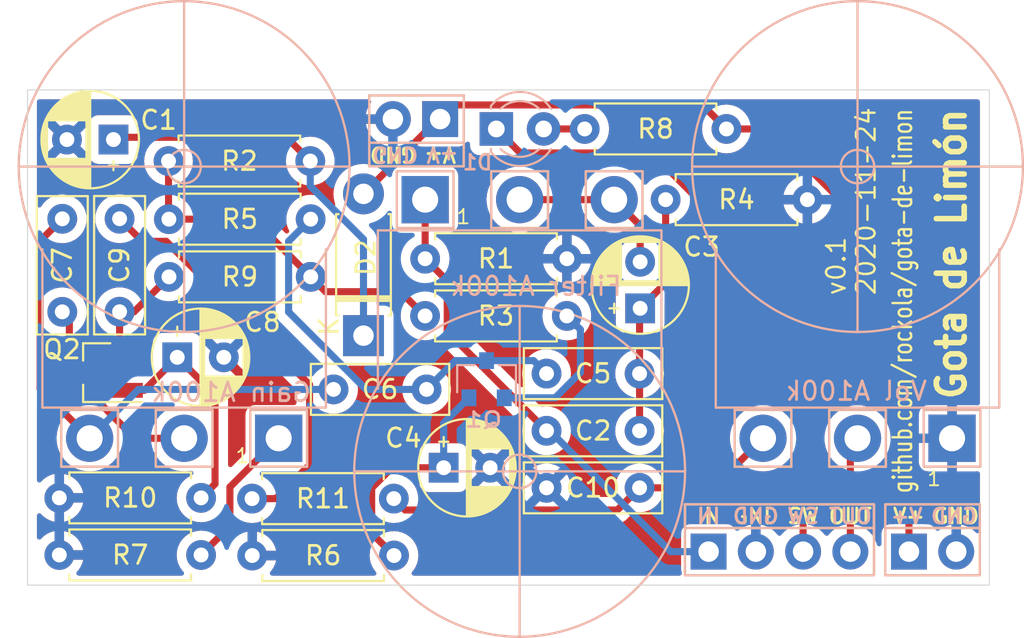
<source format=kicad_pcb>
(kicad_pcb (version 20201116) (generator pcbnew)
  (layers (0 "F.Cu" signal) (31 "B.Cu" signal) (34 "B.Paste" user) (35 "F.Paste" user) (36 "B.SilkS" user "B.Silkscreen") (37 "F.SilkS" user "F.Silkscreen") (38 "B.Mask" user) (39 "F.Mask" user) (44 "Edge.Cuts" user))
  (property "DATE" "2020-11-24")
  (property "REVISION" "v0.1")
  (property "TITLE" "Gota de Limón")
  (property "URL" "github.com/rockola/gota-de-limon")
  (net 0 "")
  (net 1 "GND")
  (net 2 "VCC")
  (net 3 "Net-(C2-Pad2)")
  (net 4 "IN")
  (net 5 "Net-(C3-Pad2)")
  (net 6 "Net-(C4-Pad1)")
  (net 7 "Net-(C5-Pad2)")
  (net 8 "Net-(C6-Pad2)")
  (net 9 "Net-(C7-Pad2)")
  (net 10 "Net-(C8-Pad1)")
  (net 11 "Net-(C9-Pad2)")
  (net 12 "Net-(C9-Pad1)")
  (net 13 "Net-(C10-Pad1)")
  (net 14 "Net-(D1-Pad2)")
  (net 15 "LED-")
  (net 16 "Net-(R2-Pad2)")
  (net 17 "+9V")
  (net 18 "OUT")
  (net 19 "Net-(R7-Pad1)")
  (footprint "rockola_kicad_footprints:R_DIN0207" (layer "F.Cu") (at 52.5 48.725 180)
    (fp_text reference "R2" (at 3.81 0) (layer "F.SilkS"))
    (fp_text value "100R")
    (pad "1" thru_hole circle (at 0 0 180) (size 1.6 1.6) (drill 0.8) (layers *.Cu *.Mask) (net 2 "VCC"))
    (pad "2" thru_hole oval (at 7.62 0 180) (size 1.6 1.6) (drill 0.8) (layers *.Cu *.Mask) (net 16 "Net-(R2-Pad2)"))
  )
  (footprint "rockola_kicad_footprints:C_Box_7.2_2.5" (layer "F.Cu") (at 39.17 51.83 -90)
    (fp_text reference "C7" (at 2.5 0 90) (layer "F.SilkS"))
    (fp_text value "470p")
    (pad "1" thru_hole circle (at 0 0 270) (size 1.6 1.6) (drill 0.8) (layers *.Cu *.Mask) (net 8 "Net-(C6-Pad2)"))
    (pad "2" thru_hole circle (at 5 0 270) (size 1.6 1.6) (drill 0.8) (layers *.Cu *.Mask) (net 9 "Net-(C7-Pad2)"))
  )
  (footprint "Diode_THT:D_DO-41_SOD81_P7.62mm_Horizontal" (layer "F.Cu") (at 55.36 58.11 90)
    (fp_text reference "D2" (at 4.191 0.127 270) (layer "F.SilkS"))
    (fp_text value "1N5817")
    (fp_text user "K" (at 0.49 -1.85 90) (layer "F.SilkS"))
    (pad "1" thru_hole rect (at 0 0 90) (size 2.2 2.2) (drill 1.1) (layers *.Cu *.Mask) (net 2 "VCC"))
    (pad "2" thru_hole oval (at 7.62 0 90) (size 2.2 2.2) (drill 1.1) (layers *.Cu *.Mask) (net 17 "+9V"))
  )
  (footprint "rockola_kicad_footprints:Power_Header_2pin" (layer "F.Cu") (at 88.49 69.72)
    (fp_text reference "J3" hide)
    (fp_text value "Power BOTTOM" hide)
    (fp_text user "GND" (at -1.397 -1.905 unlocked) (layer "B.SilkS") (effects (font (size 0.8 0.8)) (justify mirror)))
    (fp_text user "V+" (at -3.937 -1.905 unlocked) (layer "B.SilkS") (effects (font (size 0.8 0.8)) (justify mirror)))
    (fp_text user "V+" (at -3.81 -1.905 unlocked) (layer "F.SilkS") (effects (font (size 0.8 0.8))))
    (fp_text user "GND" (at -1.27 -1.905 unlocked) (layer "F.SilkS") (effects (font (size 0.8 0.8))))
    (pad "1" thru_hole rect (at -3.81 0) (size 1.9304 1.9304) (drill 1.1) (layers *.Cu *.Mask) (net 17 "+9V"))
    (pad "2" thru_hole oval (at -1.27 0) (size 1.9304 1.9304) (drill 1.1) (layers *.Cu *.Mask) (net 1 "GND"))
  )
  (footprint "rockola_kicad_footprints:C_Box_7.2_2.5" (layer "F.Cu") (at 42.25 56.825 90)
    (fp_text reference "C9" (at 2.5 0 90) (layer "F.SilkS"))
    (fp_text value "22n")
    (pad "1" thru_hole circle (at 0 0 90) (size 1.6 1.6) (drill 0.8) (layers *.Cu *.Mask) (net 12 "Net-(C9-Pad1)"))
    (pad "2" thru_hole circle (at 5 0 90) (size 1.6 1.6) (drill 0.8) (layers *.Cu *.Mask) (net 11 "Net-(C9-Pad2)"))
  )
  (footprint "rockola_kicad_footprints:R_DIN0207" (layer "F.Cu") (at 44.9 51.85)
    (fp_text reference "R5" (at 3.81 0) (layer "F.SilkS"))
    (fp_text value "22k")
    (pad "1" thru_hole circle (at 0 0) (size 1.6 1.6) (drill 0.8) (layers *.Cu *.Mask) (net 16 "Net-(R2-Pad2)"))
    (pad "2" thru_hole oval (at 7.62 0) (size 1.6 1.6) (drill 0.8) (layers *.Cu *.Mask) (net 7 "Net-(C5-Pad2)"))
  )
  (footprint "rockola_kicad_footprints:C_Box_7.2_2.5" (layer "F.Cu") (at 58.75 61 180)
    (fp_text reference "C6" (at 2.5 0) (layer "F.SilkS"))
    (fp_text value "22n")
    (pad "1" thru_hole circle (at 0 0 180) (size 1.6 1.6) (drill 0.8) (layers *.Cu *.Mask) (net 7 "Net-(C5-Pad2)"))
    (pad "2" thru_hole circle (at 5 0 180) (size 1.6 1.6) (drill 0.8) (layers *.Cu *.Mask) (net 8 "Net-(C6-Pad2)"))
  )
  (footprint "rockola_kicad_footprints:CP_D5.0_P2.50" (layer "F.Cu") (at 41.92 47.57 180)
    (fp_text reference "C1" (at -2.425 1.05) (layer "F.SilkS"))
    (fp_text value "47u")
    (pad "1" thru_hole rect (at 0 0 180) (size 1.6 1.6) (drill 0.8) (layers *.Cu *.Mask) (net 2 "VCC"))
    (pad "2" thru_hole circle (at 2.5 0 180) (size 1.6 1.6) (drill 0.8) (layers *.Cu *.Mask) (net 1 "GND"))
  )
  (footprint "rockola_kicad_footprints:C_Box_7.2_2.5" (layer "F.Cu") (at 70.2 66.29 180)
    (fp_text reference "C10" (at 2.5 0) (layer "F.SilkS"))
    (fp_text value "3n3")
    (pad "1" thru_hole circle (at 0 0 180) (size 1.6 1.6) (drill 0.8) (layers *.Cu *.Mask) (net 13 "Net-(C10-Pad1)"))
    (pad "2" thru_hole circle (at 5 0 180) (size 1.6 1.6) (drill 0.8) (layers *.Cu *.Mask) (net 1 "GND"))
  )
  (footprint "rockola_kicad_footprints:Power_Header_2pin" (layer "F.Cu") (at 55.67 46.47 180)
    (fp_text reference "J2" hide)
    (fp_text value "Power TOP" hide)
    (fp_text user "V+" (at -3.937 -1.905 180 unlocked) (layer "B.SilkS") (effects (font (size 0.8 0.8)) (justify mirror)))
    (fp_text user "GND" (at -1.397 -1.905 180 unlocked) (layer "B.SilkS") (effects (font (size 0.8 0.8)) (justify mirror)))
    (fp_text user "V+" (at -3.81 -1.905 180 unlocked) (layer "F.SilkS") (effects (font (size 0.8 0.8))))
    (fp_text user "GND" (at -1.27 -1.905 180 unlocked) (layer "F.SilkS") (effects (font (size 0.8 0.8))))
    (pad "1" thru_hole rect (at -3.81 0 180) (size 1.9304 1.9304) (drill 1.1) (layers *.Cu *.Mask) (net 17 "+9V"))
    (pad "2" thru_hole oval (at -1.27 0 180) (size 1.9304 1.9304) (drill 1.1) (layers *.Cu *.Mask) (net 1 "GND"))
  )
  (footprint "rockola_kicad_footprints:CP_D5.0_P2.50" (layer "F.Cu") (at 59.67 65.21)
    (fp_text reference "C4" (at -2.17 -1.6) (layer "F.SilkS"))
    (fp_text value "2u2")
    (pad "1" thru_hole rect (at 0 0) (size 1.6 1.6) (drill 0.8) (layers *.Cu *.Mask) (net 6 "Net-(C4-Pad1)"))
    (pad "2" thru_hole circle (at 2.5 0) (size 1.6 1.6) (drill 0.8) (layers *.Cu *.Mask) (net 1 "GND"))
  )
  (footprint "rockola_kicad_footprints:16mm_BoardMount" (layer "F.Cu") (at 45.72 63.627)
    (fp_text reference "RV2" hide)
    (fp_text value "Gain A100k" (at 2.53 -2.477) (layer "B.SilkS") (effects (justify mirror)))
    (fp_text user "1" (at 0 0) (layer "B.SilkS") (effects (font (thickness 0.1)) (justify mirror)))
    (fp_text user "1" (at 3.13 0.943) (layer "F.SilkS") (effects (font (size 0.77216 0.77216) (thickness 0.1))))
    (pad "1" thru_hole rect (at 5.08 0 180) (size 2.54 2.54) (drill 1.4) (layers *.Cu *.Mask) (net 19 "Net-(R7-Pad1)"))
    (pad "2" thru_hole oval (at 0 0 180) (size 2.54 2.54) (drill 1.4) (layers *.Cu *.Mask) (net 9 "Net-(C7-Pad2)"))
    (pad "3" thru_hole oval (at -5.08 0 180) (size 2.54 2.54) (drill 1.4) (layers *.Cu *.Mask) (net 8 "Net-(C6-Pad2)"))
  )
  (footprint "rockola_kicad_footprints:16mm_BoardMount" (layer "F.Cu") (at 63.754 50.8 180)
    (fp_text reference "RV1" hide)
    (fp_text value "Filter A100k" (at -0.876 -4.65) (layer "B.SilkS") (effects (justify mirror)))
    (fp_text user "1" (at 0 0) (layer "B.SilkS") (effects (font (thickness 0.1)) (justify mirror)))
    (fp_text user "1" (at 3.024 -0.92) (layer "F.SilkS") (effects (font (size 0.77216 0.77216) (thickness 0.1))))
    (pad "1" thru_hole rect (at 5.08 0) (size 2.54 2.54) (drill 1.4) (layers *.Cu *.Mask) (net 4 "IN"))
    (pad "2" thru_hole oval (at 0 0) (size 2.54 2.54) (drill 1.4) (layers *.Cu *.Mask) (net 5 "Net-(C3-Pad2)"))
    (pad "3" thru_hole oval (at -5.08 0) (size 2.54 2.54) (drill 1.4) (layers *.Cu *.Mask) (net 5 "Net-(C3-Pad2)"))
  )
  (footprint "rockola_kicad_footprints:R_DIN0207" (layer "F.Cu") (at 58.674 53.975)
    (fp_text reference "R1" (at 3.81 0) (layer "F.SilkS"))
    (fp_text value "1M")
    (pad "1" thru_hole circle (at 0 0) (size 1.6 1.6) (drill 0.8) (layers *.Cu *.Mask) (net 4 "IN"))
    (pad "2" thru_hole oval (at 7.62 0) (size 1.6 1.6) (drill 0.8) (layers *.Cu *.Mask) (net 1 "GND"))
  )
  (footprint "rockola_kicad_footprints:R_DIN0207" (layer "F.Cu") (at 57 69.93 180)
    (fp_text reference "R6" (at 3.81 0) (layer "F.SilkS"))
    (fp_text value "1k")
    (pad "1" thru_hole circle (at 0 0 180) (size 1.6 1.6) (drill 0.8) (layers *.Cu *.Mask) (net 6 "Net-(C4-Pad1)"))
    (pad "2" thru_hole oval (at 7.62 0 180) (size 1.6 1.6) (drill 0.8) (layers *.Cu *.Mask) (net 1 "GND"))
  )
  (footprint "rockola_kicad_footprints:Stomp_4pin" (layer "F.Cu") (at 77.72 69.72)
    (fp_text reference "J1" hide)
    (fp_text value "Stomp_Connector" hide)
    (fp_text user "SW" (at 1.27 -1.905 unlocked) (layer "B.SilkS") (effects (font (size 0.8 0.8)) (justify mirror)))
    (fp_text user "GND" (at -1.27 -1.905 unlocked) (layer "B.SilkS") (effects (font (size 0.8 0.8)) (justify mirror)))
    (fp_text user "OUT" (at 3.81 -1.905 unlocked) (layer "B.SilkS") (effects (font (size 0.8 0.8)) (justify mirror)))
    (fp_text user "IN" (at -3.81 -1.905 unlocked) (layer "B.SilkS") (effects (font (size 0.8 0.8)) (justify mirror)))
    (fp_text user "OUT" (at 3.81 -1.905 unlocked) (layer "F.SilkS") (effects (font (size 0.8 0.8))))
    (fp_text user "GND" (at -1.27 -1.905 unlocked) (layer "F.SilkS") (effects (font (size 0.8 0.8))))
    (fp_text user "SW" (at 1.27 -1.905 unlocked) (layer "F.SilkS") (effects (font (size 0.8 0.8))))
    (fp_text user "IN" (at -3.81 -1.905 unlocked) (layer "F.SilkS") (effects (font (size 0.8 0.8))))
    (pad "1" thru_hole rect (at -3.81 0) (size 1.9304 1.9304) (drill 1.1) (layers *.Cu *.Mask) (net 4 "IN"))
    (pad "2" thru_hole oval (at -1.27 0) (size 1.9304 1.9304) (drill 1.1) (layers *.Cu *.Mask) (net 1 "GND"))
    (pad "3" thru_hole oval (at 1.27 0) (size 1.9304 1.9304) (drill 1.1) (layers *.Cu *.Mask) (net 15 "LED-"))
    (pad "4" thru_hole oval (at 3.81 0) (size 1.9304 1.9304) (drill 1.1) (layers *.Cu *.Mask) (net 18 "OUT"))
  )
  (footprint "rockola_kicad_footprints:R_DIN0207" (layer "F.Cu") (at 46.63 66.83 180)
    (fp_text reference "R10" (at 3.81 0) (layer "F.SilkS"))
    (fp_text value "1k")
    (pad "1" thru_hole circle (at 0 0 180) (size 1.6 1.6) (drill 0.8) (layers *.Cu *.Mask) (net 10 "Net-(C8-Pad1)"))
    (pad "2" thru_hole oval (at 7.62 0 180) (size 1.6 1.6) (drill 0.8) (layers *.Cu *.Mask) (net 1 "GND"))
  )
  (footprint "rockola_kicad_footprints:R_DIN0207" (layer "F.Cu") (at 49.37 66.87)
    (fp_text reference "R11" (at 3.81 0) (layer "F.SilkS"))
    (fp_text value "10k")
    (pad "1" thru_hole circle (at 0 0) (size 1.6 1.6) (drill 0.8) (layers *.Cu *.Mask) (net 11 "Net-(C9-Pad2)"))
    (pad "2" thru_hole oval (at 7.62 0) (size 1.6 1.6) (drill 0.8) (layers *.Cu *.Mask) (net 13 "Net-(C10-Pad1)"))
  )
  (footprint "rockola_kicad_footprints:C_Box_7.2_2.5" (layer "F.Cu") (at 70.2 60.15 180)
    (fp_text reference "C5" (at 2.5 0) (layer "F.SilkS"))
    (fp_text value "10p")
    (pad "1" thru_hole circle (at 0 0 180) (size 1.6 1.6) (drill 0.8) (layers *.Cu *.Mask) (net 3 "Net-(C2-Pad2)"))
    (pad "2" thru_hole circle (at 5 0 180) (size 1.6 1.6) (drill 0.8) (layers *.Cu *.Mask) (net 7 "Net-(C5-Pad2)"))
  )
  (footprint "rockola_kicad_footprints:R_DIN0207" (layer "F.Cu") (at 46.63 69.9 180)
    (fp_text reference "R7" (at 3.81 0) (layer "F.SilkS"))
    (fp_text value "10k")
    (pad "1" thru_hole circle (at 0 0 180) (size 1.6 1.6) (drill 0.8) (layers *.Cu *.Mask) (net 19 "Net-(R7-Pad1)"))
    (pad "2" thru_hole oval (at 7.62 0 180) (size 1.6 1.6) (drill 0.8) (layers *.Cu *.Mask) (net 1 "GND"))
  )
  (footprint "rockola_kicad_footprints:CP_D5.0_P2.50" (layer "F.Cu") (at 45.35 59.275)
    (fp_text reference "C8" (at 4.58 -1.885) (layer "F.SilkS"))
    (fp_text value "2u2")
    (pad "1" thru_hole rect (at 0 0) (size 1.6 1.6) (drill 0.8) (layers *.Cu *.Mask) (net 10 "Net-(C8-Pad1)"))
    (pad "2" thru_hole circle (at 2.5 0) (size 1.6 1.6) (drill 0.8) (layers *.Cu *.Mask) (net 1 "GND"))
  )
  (footprint "rockola_kicad_footprints:R_DIN0207" (layer "F.Cu") (at 67.25 47)
    (fp_text reference "R8" (at 3.81 0) (layer "F.SilkS"))
    (fp_text value "4k7")
    (pad "1" thru_hole circle (at 0 0) (size 1.6 1.6) (drill 0.8) (layers *.Cu *.Mask) (net 14 "Net-(D1-Pad2)"))
    (pad "2" thru_hole oval (at 7.62 0) (size 1.6 1.6) (drill 0.8) (layers *.Cu *.Mask) (net 17 "+9V"))
  )
  (footprint "rockola_kicad_footprints:R_DIN0207" (layer "F.Cu") (at 52.525 54.95 180)
    (fp_text reference "R9" (at 3.81 0) (layer "F.SilkS"))
    (fp_text value "6k8")
    (pad "1" thru_hole circle (at 0 0 180) (size 1.6 1.6) (drill 0.8) (layers *.Cu *.Mask) (net 16 "Net-(R2-Pad2)"))
    (pad "2" thru_hole oval (at 7.62 0 180) (size 1.6 1.6) (drill 0.8) (layers *.Cu *.Mask) (net 12 "Net-(C9-Pad1)"))
  )
  (footprint "rockola_kicad_footprints:16mm_BoardMount" (layer "F.Cu") (at 81.915 63.627)
    (fp_text reference "RV3" hide)
    (fp_text value "Vol A100k" (at -0.0635 -2.54) (layer "B.SilkS") (effects (justify mirror)))
    (fp_text user "1" (at 0 0) (layer "B.SilkS") (effects (font (thickness 0.1)) (justify mirror)))
    (fp_text user "1" (at 4.115 2.173) (layer "F.SilkS") (effects (font (size 0.77216 0.77216) (thickness 0.1))))
    (pad "1" thru_hole rect (at 5.08 0 180) (size 2.54 2.54) (drill 1.4) (layers *.Cu *.Mask) (net 1 "GND"))
    (pad "2" thru_hole oval (at 0 0 180) (size 2.54 2.54) (drill 1.4) (layers *.Cu *.Mask) (net 18 "OUT"))
    (pad "3" thru_hole oval (at -5.08 0 180) (size 2.54 2.54) (drill 1.4) (layers *.Cu *.Mask) (net 13 "Net-(C10-Pad1)"))
  )
  (footprint "rockola_kicad_footprints:R_DIN0207" (layer "F.Cu") (at 58.67 57.05)
    (fp_text reference "R3" (at 3.81 0) (layer "F.SilkS"))
    (fp_text value "470k")
    (pad "1" thru_hole circle (at 0 0) (size 1.6 1.6) (drill 0.8) (layers *.Cu *.Mask) (net 16 "Net-(R2-Pad2)"))
    (pad "2" thru_hole oval (at 7.62 0) (size 1.6 1.6) (drill 0.8) (layers *.Cu *.Mask) (net 3 "Net-(C2-Pad2)"))
  )
  (footprint "rockola_kicad_footprints:C_Box_7.2_2.5" (layer "F.Cu") (at 65.2 63.225)
    (fp_text reference "C2" (at 2.5 0) (layer "F.SilkS"))
    (fp_text value "4n7")
    (pad "1" thru_hole circle (at 0 0) (size 1.6 1.6) (drill 0.8) (layers *.Cu *.Mask) (net 4 "IN"))
    (pad "2" thru_hole circle (at 5 0) (size 1.6 1.6) (drill 0.8) (layers *.Cu *.Mask) (net 3 "Net-(C2-Pad2)"))
  )
  (footprint "rockola_kicad_footprints:R_DIN0207" (layer "F.Cu") (at 71.6 50.8)
    (fp_text reference "R4" (at 3.81 0) (layer "F.SilkS"))
    (fp_text value "47k")
    (pad "1" thru_hole circle (at 0 0) (size 1.6 1.6) (drill 0.8) (layers *.Cu *.Mask) (net 3 "Net-(C2-Pad2)"))
    (pad "2" thru_hole oval (at 7.62 0) (size 1.6 1.6) (drill 0.8) (layers *.Cu *.Mask) (net 1 "GND"))
  )
  (footprint "rockola_kicad_footprints:SOT-23_NJFET_DSG_Handsoldering" (layer "F.Cu") (at 41.05 60.1 180)
    (fp_text reference "Q2" (at 1.9 1.25) (layer "F.SilkS"))
    (fp_text value "MMBF5457")
    (pad "D" smd rect (at -1.5 -0.95 180) (size 1.9 0.8) (layers "F.Cu" "F.Paste" "F.Mask") (net 10 "Net-(C8-Pad1)"))
    (pad "G" smd rect (at 1.5 0 180) (size 1.9 0.8) (layers "F.Cu" "F.Paste" "F.Mask") (net 9 "Net-(C7-Pad2)"))
    (pad "S" smd rect (at -1.5 0.95 180) (size 1.9 0.8) (layers "F.Cu" "F.Paste" "F.Mask") (net 12 "Net-(C9-Pad1)"))
  )
  (footprint "rockola_kicad_footprints:CP_D5.0_P2.50" (layer "F.Cu") (at 70.231 56.642 90)
    (fp_text reference "C3" (at 3.302 3.302 180) (layer "F.SilkS"))
    (fp_text value "4u7")
    (pad "1" thru_hole rect (at 0 0 90) (size 1.6 1.6) (drill 0.8) (layers *.Cu *.Mask) (net 3 "Net-(C2-Pad2)"))
    (pad "2" thru_hole circle (at 2.5 0 90) (size 1.6 1.6) (drill 0.8) (layers *.Cu *.Mask) (net 5 "Net-(C3-Pad2)"))
  )
  (footprint "LED_THT:LED_D3.0mm" (layer "B.Cu") (at 62.5 47)
    (fp_text reference "D1" (at -1.01 1.8) (layer "B.SilkS") (effects (font (size 0.8 0.8)) (justify mirror)))
    (fp_text value "LED")
    (pad "1" thru_hole rect (at 0 0) (size 1.8 1.8) (drill 0.9) (layers *.Cu *.Mask) (net 15 "LED-"))
    (pad "2" thru_hole circle (at 2.54 0) (size 1.8 1.8) (drill 0.9) (layers *.Cu *.Mask) (net 14 "Net-(D1-Pad2)"))
  )
  (footprint "Package_TO_SOT_SMD:SOT-23" (layer "B.Cu") (at 61.976 60.452 90)
    (fp_text reference "Q1" (at -2.178 -0.166) (layer "B.SilkS") (effects (font (size 0.8 1)) (justify mirror)))
    (fp_text value "MMBTH10")
    (pad "1" smd rect (at -1 0.95 90) (size 0.9 0.8) (layers "B.Cu" "B.Paste" "B.Mask") (net 3 "Net-(C2-Pad2)"))
    (pad "2" smd rect (at -1 -0.95 90) (size 0.9 0.8) (layers "B.Cu" "B.Paste" "B.Mask") (net 6 "Net-(C4-Pad1)"))
    (pad "3" smd rect (at 1 0 90) (size 0.9 0.8) (layers "B.Cu" "B.Paste" "B.Mask") (net 7 "Net-(C5-Pad2)"))
  )
  (gr_rect (start 37.3 44.9) (end 89 71.52) (layer "Edge.Cuts") (width 0.05) (fill none))
  (gr_text "${URL}" (at 84.34 56.25 90) (layer "F.SilkS") (effects (font (size 1 0.75) (thickness 0.127))))
  (gr_text "${TITLE}" (at 86.97 53.72 90) (layer "F.SilkS") (effects (font (size 1.5 1.4) (thickness 0.3))))
  (gr_text "${REVISION}\n${DATE}" (at 81.57 56.02 90) (layer "F.SilkS") (effects (font (size 1 1) (thickness 0.127)) (justify left)))
  (segment (start 51.225 47.45) (end 52.5 48.725) (width 0.381) (layer "F.Cu") (net 2))
  (segment (start 41.95 47.45) (end 51.225 47.45) (width 0.381) (layer "F.Cu") (net 2))
  (segment (start 55.36 52.928058) (end 52.5 50.068058) (width 0.381) (layer "B.Cu") (net 2))
  (segment (start 52.5 50.068058) (end 52.5 48.725) (width 0.381) (layer "B.Cu") (net 2))
  (segment (start 55.36 58.11) (end 55.36 52.928058) (width 0.381) (layer "B.Cu") (net 2))
  (segment (start 70.2 56.673) (end 70.231 56.642) (width 0.381) (layer "F.Cu") (net 3))
  (segment (start 70.231 56.642) (end 71.6 55.273) (width 0.381) (layer "F.Cu") (net 3))
  (segment (start 70.2 63.225) (end 70.2 60.15) (width 0.381) (layer "F.Cu") (net 3))
  (segment (start 70.2 60.15) (end 70.2 56.673) (width 0.381) (layer "F.Cu") (net 3))
  (segment (start 71.6 55.273) (end 71.6 50.8) (width 0.381) (layer "F.Cu") (net 3))
  (segment (start 65.659942 61.452) (end 67.02 60.091942) (width 0.381) (layer "B.Cu") (net 3))
  (segment (start 62.926 61.452) (end 65.659942 61.452) (width 0.381) (layer "B.Cu") (net 3))
  (segment (start 67.02 57.78) (end 66.29 57.05) (width 0.381) (layer "B.Cu") (net 3))
  (segment (start 67.02 60.091942) (end 67.02 57.78) (width 0.381) (layer "B.Cu") (net 3))
  (segment (start 59.860501 55.161501) (end 58.674 53.975) (width 0.381) (layer "F.Cu") (net 4))
  (segment (start 65.2 63.225) (end 59.860501 57.885501) (width 0.381) (layer "F.Cu") (net 4))
  (segment (start 59.860501 57.885501) (end 59.860501 55.161501) (width 0.381) (layer "F.Cu") (net 4))
  (segment (start 58.674 53.975) (end 58.674 50.8) (width 0.381) (layer "F.Cu") (net 4))
  (segment (start 73.91 69.72) (end 71.868058 69.72) (width 0.381) (layer "B.Cu") (net 4))
  (segment (start 71.868058 69.72) (end 65.373058 63.225) (width 0.381) (layer "B.Cu") (net 4))
  (segment (start 65.373058 63.225) (end 65.2 63.225) (width 0.381) (layer "B.Cu") (net 4))
  (segment (start 70.231 52.197) (end 70.231 54.142) (width 0.381) (layer "F.Cu") (net 5))
  (segment (start 63.754 50.8) (end 68.834 50.8) (width 0.381) (layer "F.Cu") (net 5))
  (segment (start 68.834 50.8) (end 70.231 52.197) (width 0.381) (layer "F.Cu") (net 5))
  (segment (start 57 69.93) (end 55.799499 68.729499) (width 0.381) (layer "F.Cu") (net 6))
  (segment (start 56.888058 65.21) (end 59.67 65.21) (width 0.381) (layer "F.Cu") (net 6))
  (segment (start 55.799499 66.298559) (end 56.888058 65.21) (width 0.381) (layer "F.Cu") (net 6))
  (segment (start 55.799499 68.729499) (end 55.799499 66.298559) (width 0.381) (layer "F.Cu") (net 6))
  (segment (start 59.67 65.21) (end 59.67 62.808) (width 0.381) (layer "B.Cu") (net 6))
  (segment (start 59.67 62.808) (end 61.026 61.452) (width 0.381) (layer "B.Cu") (net 6))
  (segment (start 61.976 59.452) (end 64.502 59.452) (width 0.381) (layer "B.Cu") (net 7))
  (segment (start 52.52 51.85) (end 51.334499 53.035501) (width 0.381) (layer "B.Cu") (net 7))
  (segment (start 51.334499 56.836765) (end 55.497734 61) (width 0.381) (layer "B.Cu") (net 7))
  (segment (start 64.502 59.452) (end 65.2 60.15) (width 0.381) (layer "B.Cu") (net 7))
  (segment (start 55.497734 61) (end 58.75 61) (width 0.381) (layer "B.Cu") (net 7))
  (segment (start 58.75 61) (end 60.298 59.452) (width 0.381) (layer "B.Cu") (net 7))
  (segment (start 51.334499 53.035501) (end 51.334499 56.836765) (width 0.381) (layer "B.Cu") (net 7))
  (segment (start 60.298 59.452) (end 61.976 59.452) (width 0.381) (layer "B.Cu") (net 7))
  (segment (start 37.979499 60.966499) (end 37.979499 53.020501) (width 0.381) (layer "F.Cu") (net 8))
  (segment (start 37.979499 53.020501) (end 39.17 51.83) (width 0.381) (layer "F.Cu") (net 8))
  (segment (start 40.64 63.627) (end 37.979499 60.966499) (width 0.381) (layer "F.Cu") (net 8))
  (segment (start 40.64 63.627) (end 43.267 61) (width 0.381) (layer "B.Cu") (net 8))
  (segment (start 43.267 61) (end 53.75 61) (width 0.381) (layer "B.Cu") (net 8))
  (segment (start 43.077 63.627) (end 45.72 63.627) (width 0.381) (layer "F.Cu") (net 9))
  (segment (start 39.55 57.175) (end 39.175 56.8) (width 0.381) (layer "F.Cu") (net 9))
  (segment (start 39.55 60.1) (end 43.077 63.627) (width 0.381) (layer "F.Cu") (net 9))
  (segment (start 39.55 60.1) (end 39.55 57.175) (width 0.381) (layer "F.Cu") (net 9))
  (segment (start 47.380501 66.079499) (end 47.380501 61.305501) (width 0.381) (layer "F.Cu") (net 10))
  (segment (start 46.63 66.83) (end 47.380501 66.079499) (width 0.381) (layer "F.Cu") (net 10))
  (segment (start 43.575 61.05) (end 45.35 59.275) (width 0.381) (layer "F.Cu") (net 10))
  (segment (start 42.55 61.05) (end 43.575 61.05) (width 0.381) (layer "F.Cu") (net 10))
  (segment (start 47.380501 61.305501) (end 45.35 59.275) (width 0.381) (layer "F.Cu") (net 10))
  (segment (start 52.46051 65.058754) (end 52.46051 63.52949) (width 0.381) (layer "F.Cu") (net 11))
  (segment (start 50.649264 66.87) (end 52.46051 65.058754) (width 0.381) (layer "F.Cu") (net 11))
  (segment (start 52.46051 60.743568) (end 44.757443 53.040501) (width 0.381) (layer "F.Cu") (net 11))
  (segment (start 44.757443 53.040501) (end 43.465501 53.040501) (width 0.381) (layer "F.Cu") (net 11))
  (segment (start 49.37 66.87) (end 50.649264 66.87) (width 0.381) (layer "F.Cu") (net 11))
  (segment (start 52.46051 63.52949) (end 52.46051 60.743568) (width 0.381) (layer "F.Cu") (net 11))
  (segment (start 43.465501 53.040501) (end 42.25 51.825) (width 0.381) (layer "F.Cu") (net 11))
  (segment (start 42.25 56.825) (end 42.25 58.85) (width 0.381) (layer "F.Cu") (net 12))
  (segment (start 42.25 58.85) (end 42.55 59.15) (width 0.381) (layer "F.Cu") (net 12))
  (segment (start 43.03 56.825) (end 44.905 54.95) (width 0.381) (layer "F.Cu") (net 12))
  (segment (start 42.25 56.825) (end 43.03 56.825) (width 0.381) (layer "F.Cu") (net 12))
  (segment (start 70.2 66.29) (end 74.172 66.29) (width 0.381) (layer "F.Cu") (net 13))
  (segment (start 69.009499 67.480501) (end 70.2 66.29) (width 0.381) (layer "F.Cu") (net 13))
  (segment (start 74.172 66.29) (end 76.835 63.627) (width 0.381) (layer "F.Cu") (net 13))
  (segment (start 56.99 66.87) (end 57.600501 67.480501) (width 0.381) (layer "F.Cu") (net 13))
  (segment (start 57.600501 67.480501) (end 69.009499 67.480501) (width 0.381) (layer "F.Cu") (net 13))
  (segment (start 65.04 47) (end 66.75 47) (width 0.381) (layer "F.Cu") (net 14))
  (segment (start 66.75 47) (end 67.25 46.5) (width 0.381) (layer "F.Cu") (net 14))
  (segment (start 63.790501 48.290501) (end 62.5 47) (width 0.381) (layer "F.Cu") (net 15))
  (segment (start 78.99 56.428058) (end 70.852443 48.290501) (width 0.381) (layer "F.Cu") (net 15))
  (segment (start 70.852443 48.290501) (end 63.790501 48.290501) (width 0.381) (layer "F.Cu") (net 15))
  (segment (start 78.99 69.72) (end 78.99 56.428058) (width 0.381) (layer "F.Cu") (net 15))
  (segment (start 58.65 57.05) (end 57.346511 55.746511) (width 0.381) (layer "F.Cu") (net 16))
  (segment (start 57.346511 55.746511) (end 53.321511 55.746511) (width 0.381) (layer "F.Cu") (net 16))
  (segment (start 53.321511 55.746511) (end 52.525 54.95) (width 0.381) (layer "F.Cu") (net 16))
  (segment (start 44.9 51.85) (end 49.425 51.85) (width 0.381) (layer "F.Cu") (net 16))
  (segment (start 49.425 51.85) (end 52.525 54.95) (width 0.381) (layer "F.Cu") (net 16))
  (segment (start 44.88 48.725) (end 44.88 51.83) (width 0.381) (layer "F.Cu") (net 16))
  (segment (start 44.88 51.83) (end 44.9 51.85) (width 0.381) (layer "F.Cu") (net 16))
  (segment (start 74.87 47) (end 73.579499 45.709499) (width 0.381) (layer "F.Cu") (net 17))
  (segment (start 73.579499 45.709499) (end 60.240501 45.709499) (width 0.381) (layer "F.Cu") (net 17))
  (segment (start 74.87 47) (end 77.181942 47) (width 0.381) (layer "F.Cu") (net 17))
  (segment (start 77.181942 47) (end 84.68 54.498058) (width 0.381) (layer "F.Cu") (net 17))
  (segment (start 84.68 54.498058) (end 84.68 69.72) (width 0.381) (layer "F.Cu") (net 17))
  (segment (start 60.240501 45.709499) (end 59.48 46.47) (width 0.381) (layer "F.Cu") (net 17))
  (segment (start 55.36 50.49) (end 59.38 46.47) (width 0.381) (layer "F.Cu") (net 17))
  (segment (start 59.38 46.47) (end 59.48 46.47) (width 0.381) (layer "F.Cu") (net 17))
  (segment (start 81.53 69.72) (end 81.53 64.012) (width 0.381) (layer "F.Cu") (net 18))
  (segment (start 81.53 64.012) (end 81.915 63.627) (width 0.381) (layer "F.Cu") (net 18))
  (segment (start 46.63 69.9) (end 48.179499 68.350501) (width 0.381) (layer "F.Cu") (net 19))
  (segment (start 48.179499 66.247501) (end 50.8 63.627) (width 0.381) (layer "F.Cu") (net 19))
  (segment (start 48.179499 68.350501) (end 48.179499 66.247501) (width 0.381) (layer "F.Cu") (net 19))
  (zone (net 1) (net_name "GND") (layers F&B.Cu) (connect_pads (clearance 0.508)) (min_thickness 0.254) (fill yes (thermal_gap 0.508) (thermal_bridge_width 0.508))
    (polygon (pts (xy 89 71.36) (xy 37.17 71.36) (xy 37.3 44.89) (xy 89.03 44.89)))
  )
)
</source>
